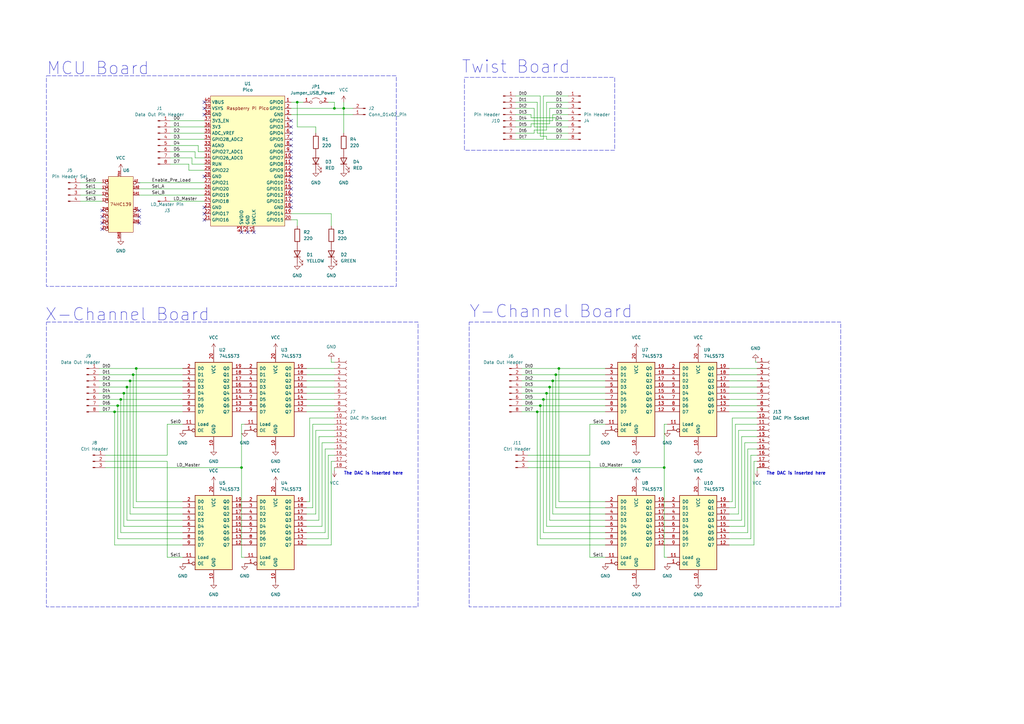
<source format=kicad_sch>
(kicad_sch (version 20230121) (generator eeschema)
  (paper "A3")
  (title_block (title "Osci-Rendering Circuit") (date "2024-02-15") (rev "v0.1") (comment 4 "Author: AlexanderHD27"))
  (lib_symbols
    (symbol "74xx:74LS573" (pin_names (offset 1.016))
      (property "Reference" "U" (at -7.62 16.51 0))
      (property "Value" "74LS573" (at -7.62 -16.51 0))
      (symbol "74LS573_1_0"
        (pin input inverted (at -12.7 -12.7 0) (length 5.08) (name "OE") (number "1"))
        (pin power_in line (at 0 -20.32 90) (length 5.08) (name "GND") (number "10"))
        (pin input line (at -12.7 -10.16 0) (length 5.08) (name "Load") (number "11"))
        (pin tri_state line (at 12.7 -5.08 180) (length 5.08) (name "Q7") (number "12"))
        (pin tri_state line (at 12.7 -2.54 180) (length 5.08) (name "Q6") (number "13"))
        (pin tri_state line (at 12.7 0 180) (length 5.08) (name "Q5") (number "14"))
        (pin tri_state line (at 12.7 2.54 180) (length 5.08) (name "Q4") (number "15"))
        (pin tri_state line (at 12.7 5.08 180) (length 5.08) (name "Q3") (number "16"))
        (pin tri_state line (at 12.7 7.62 180) (length 5.08) (name "Q2") (number "17"))
        (pin tri_state line (at 12.7 10.16 180) (length 5.08) (name "Q1") (number "18"))
        (pin tri_state line (at 12.7 12.7 180) (length 5.08) (name "Q0") (number "19"))
        (pin input line (at -12.7 12.7 0) (length 5.08) (name "D0") (number "2"))
        (pin power_in line (at 0 20.32 270) (length 5.08) (name "VCC") (number "20"))
        (pin input line (at -12.7 10.16 0) (length 5.08) (name "D1") (number "3"))
        (pin input line (at -12.7 7.62 0) (length 5.08) (name "D2") (number "4"))
        (pin input line (at -12.7 5.08 0) (length 5.08) (name "D3") (number "5"))
        (pin input line (at -12.7 2.54 0) (length 5.08) (name "D4") (number "6"))
        (pin input line (at -12.7 0 0) (length 5.08) (name "D5") (number "7"))
        (pin input line (at -12.7 -2.54 0) (length 5.08) (name "D6") (number "8"))
        (pin input line (at -12.7 -5.08 0) (length 5.08) (name "D7") (number "9"))
      )
      (symbol "74LS573_1_1"
        (rectangle (start -7.62 15.24) (end 7.62 -15.24) (stroke (width 0.254)) (fill (type background)))
      )
    )
    (symbol "Connector:Conn_01x01_Pin" (pin_names (offset 1.016) hide)
      (property "Reference" "J" (at 0 2.54 0))
      (property "Value" "Conn_01x01_Pin" (at 0 -2.54 0))
      (symbol "Conn_01x01_Pin_1_1"
        (polyline (pts (xy 1.27 0) (xy 0.8636 0)) (stroke (width 0.1524)))
        (rectangle (start 0.8636 0.127) (end 0 -0.127) (stroke (width 0.1524)) (fill (type outline)))
        (pin passive line (at 5.08 0 180) (length 3.81) (name "Pin_1") (number "1"))
      )
    )
    (symbol "Connector:Conn_01x02_Pin" (pin_names (offset 1.016) hide)
      (property "Reference" "J" (at 0 2.54 0))
      (property "Value" "Conn_01x02_Pin" (at 0 -5.08 0))
      (symbol "Conn_01x02_Pin_1_1"
        (polyline (pts (xy 1.27 -2.54) (xy 0.8636 -2.54)) (stroke (width 0.1524)))
        (polyline (pts (xy 1.27 0) (xy 0.8636 0)) (stroke (width 0.1524)))
        (rectangle (start 0.8636 -2.413) (end 0 -2.667) (stroke (width 0.1524)) (fill (type outline)))
        (rectangle (start 0.8636 0.127) (end 0 -0.127) (stroke (width 0.1524)) (fill (type outline)))
        (pin passive line (at 5.08 0 180) (length 3.81) (name "Pin_1") (number "1"))
        (pin passive line (at 5.08 -2.54 180) (length 3.81) (name "Pin_2") (number "2"))
      )
    )
    (symbol "Connector:Conn_01x03_Pin" (pin_names (offset 1.016) hide)
      (property "Reference" "J" (at 0 5.08 0))
      (property "Value" "Conn_01x03_Pin" (at 0 -5.08 0))
      (symbol "Conn_01x03_Pin_1_1"
        (polyline (pts (xy 1.27 -2.54) (xy 0.8636 -2.54)) (stroke (width 0.1524)))
        (polyline (pts (xy 1.27 0) (xy 0.8636 0)) (stroke (width 0.1524)))
        (polyline (pts (xy 1.27 2.54) (xy 0.8636 2.54)) (stroke (width 0.1524)))
        (rectangle (start 0.8636 -2.413) (end 0 -2.667) (stroke (width 0.1524)) (fill (type outline)))
        (rectangle (start 0.8636 0.127) (end 0 -0.127) (stroke (width 0.1524)) (fill (type outline)))
        (rectangle (start 0.8636 2.667) (end 0 2.413) (stroke (width 0.1524)) (fill (type outline)))
        (pin passive line (at 5.08 2.54 180) (length 3.81) (name "Pin_1") (number "1"))
        (pin passive line (at 5.08 0 180) (length 3.81) (name "Pin_2") (number "2"))
        (pin passive line (at 5.08 -2.54 180) (length 3.81) (name "Pin_3") (number "3"))
      )
    )
    (symbol "Connector:Conn_01x04_Pin" (pin_names (offset 1.016) hide)
      (property "Reference" "J" (at 0 5.08 0))
      (property "Value" "Conn_01x04_Pin" (at 0 -7.62 0))
      (symbol "Conn_01x04_Pin_1_1"
        (polyline (pts (xy 1.27 -5.08) (xy 0.8636 -5.08)) (stroke (width 0.1524)))
        (polyline (pts (xy 1.27 -2.54) (xy 0.8636 -2.54)) (stroke (width 0.1524)))
        (polyline (pts (xy 1.27 0) (xy 0.8636 0)) (stroke (width 0.1524)))
        (polyline (pts (xy 1.27 2.54) (xy 0.8636 2.54)) (stroke (width 0.1524)))
        (rectangle (start 0.8636 -4.953) (end 0 -5.207) (stroke (width 0.1524)) (fill (type outline)))
        (rectangle (start 0.8636 -2.413) (end 0 -2.667) (stroke (width 0.1524)) (fill (type outline)))
        (rectangle (start 0.8636 0.127) (end 0 -0.127) (stroke (width 0.1524)) (fill (type outline)))
        (rectangle (start 0.8636 2.667) (end 0 2.413) (stroke (width 0.1524)) (fill (type outline)))
        (pin passive line (at 5.08 2.54 180) (length 3.81) (name "Pin_1") (number "1"))
        (pin passive line (at 5.08 0 180) (length 3.81) (name "Pin_2") (number "2"))
        (pin passive line (at 5.08 -2.54 180) (length 3.81) (name "Pin_3") (number "3"))
        (pin passive line (at 5.08 -5.08 180) (length 3.81) (name "Pin_4") (number "4"))
      )
    )
    (symbol "Connector:Conn_01x08_Pin" (pin_names (offset 1.016) hide)
      (property "Reference" "J" (at 0 10.16 0))
      (property "Value" "Conn_01x08_Pin" (at 0 -12.7 0))
      (symbol "Conn_01x08_Pin_1_1"
        (polyline (pts (xy 1.27 -10.16) (xy 0.8636 -10.16)) (stroke (width 0.1524)))
        (polyline (pts (xy 1.27 -7.62) (xy 0.8636 -7.62)) (stroke (width 0.1524)))
        (polyline (pts (xy 1.27 -5.08) (xy 0.8636 -5.08)) (stroke (width 0.1524)))
        (polyline (pts (xy 1.27 -2.54) (xy 0.8636 -2.54)) (stroke (width 0.1524)))
        (polyline (pts (xy 1.27 0) (xy 0.8636 0)) (stroke (width 0.1524)))
        (polyline (pts (xy 1.27 2.54) (xy 0.8636 2.54)) (stroke (width 0.1524)))
        (polyline (pts (xy 1.27 5.08) (xy 0.8636 5.08)) (stroke (width 0.1524)))
        (polyline (pts (xy 1.27 7.62) (xy 0.8636 7.62)) (stroke (width 0.1524)))
        (rectangle (start 0.8636 -10.033) (end 0 -10.287) (stroke (width 0.1524)) (fill (type outline)))
        (rectangle (start 0.8636 -7.493) (end 0 -7.747) (stroke (width 0.1524)) (fill (type outline)))
        (rectangle (start 0.8636 -4.953) (end 0 -5.207) (stroke (width 0.1524)) (fill (type outline)))
        (rectangle (start 0.8636 -2.413) (end 0 -2.667) (stroke (width 0.1524)) (fill (type outline)))
        (rectangle (start 0.8636 0.127) (end 0 -0.127) (stroke (width 0.1524)) (fill (type outline)))
        (rectangle (start 0.8636 2.667) (end 0 2.413) (stroke (width 0.1524)) (fill (type outline)))
        (rectangle (start 0.8636 5.207) (end 0 4.953) (stroke (width 0.1524)) (fill (type outline)))
        (rectangle (start 0.8636 7.747) (end 0 7.493) (stroke (width 0.1524)) (fill (type outline)))
        (pin passive line (at 5.08 7.62 180) (length 3.81) (name "Pin_1") (number "1"))
        (pin passive line (at 5.08 5.08 180) (length 3.81) (name "Pin_2") (number "2"))
        (pin passive line (at 5.08 2.54 180) (length 3.81) (name "Pin_3") (number "3"))
        (pin passive line (at 5.08 0 180) (length 3.81) (name "Pin_4") (number "4"))
        (pin passive line (at 5.08 -2.54 180) (length 3.81) (name "Pin_5") (number "5"))
        (pin passive line (at 5.08 -5.08 180) (length 3.81) (name "Pin_6") (number "6"))
        (pin passive line (at 5.08 -7.62 180) (length 3.81) (name "Pin_7") (number "7"))
        (pin passive line (at 5.08 -10.16 180) (length 3.81) (name "Pin_8") (number "8"))
      )
    )
    (symbol "Connector:Conn_01x18_Socket" (pin_names (offset 1.016) hide)
      (property "Reference" "J" (at 0 22.86 0))
      (property "Value" "Conn_01x18_Socket" (at 0 -25.4 0))
      (symbol "Conn_01x18_Socket_1_1"
        (arc (start 0 -22.352) (mid -0.5058 -22.86) (end 0 -23.368) (stroke (width 0.1524)))
        (arc (start 0 -19.812) (mid -0.5058 -20.32) (end 0 -20.828) (stroke (width 0.1524)))
        (arc (start 0 -17.272) (mid -0.5058 -17.78) (end 0 -18.288) (stroke (width 0.1524)))
        (arc (start 0 -14.732) (mid -0.5058 -15.24) (end 0 -15.748) (stroke (width 0.1524)))
        (arc (start 0 -12.192) (mid -0.5058 -12.7) (end 0 -13.208) (stroke (width 0.1524)))
        (arc (start 0 -9.652) (mid -0.5058 -10.16) (end 0 -10.668) (stroke (width 0.1524)))
        (arc (start 0 -7.112) (mid -0.5058 -7.62) (end 0 -8.128) (stroke (width 0.1524)))
        (arc (start 0 -4.572) (mid -0.5058 -5.08) (end 0 -5.588) (stroke (width 0.1524)))
        (arc (start 0 -2.032) (mid -0.5058 -2.54) (end 0 -3.048) (stroke (width 0.1524)))
        (polyline (pts (xy -1.27 -22.86) (xy -0.508 -22.86)) (stroke (width 0.1524)))
        (polyline (pts (xy -1.27 -20.32) (xy -0.508 -20.32)) (stroke (width 0.1524)))
        (polyline (pts (xy -1.27 -17.78) (xy -0.508 -17.78)) (stroke (width 0.1524)))
        (polyline (pts (xy -1.27 -15.24) (xy -0.508 -15.24)) (stroke (width 0.1524)))
        (polyline (pts (xy -1.27 -12.7) (xy -0.508 -12.7)) (stroke (width 0.1524)))
        (polyline (pts (xy -1.27 -10.16) (xy -0.508 -10.16)) (stroke (width 0.1524)))
        (polyline (pts (xy -1.27 -7.62) (xy -0.508 -7.62)) (stroke (width 0.1524)))
        (polyline (pts (xy -1.27 -5.08) (xy -0.508 -5.08)) (stroke (width 0.1524)))
        (polyline (pts (xy -1.27 -2.54) (xy -0.508 -2.54)) (stroke (width 0.1524)))
        (polyline (pts (xy -1.27 0) (xy -0.508 0)) (stroke (width 0.1524)))
        (polyline (pts (xy -1.27 2.54) (xy -0.508 2.54)) (stroke (width 0.1524)))
        (polyline (pts (xy -1.27 5.08) (xy -0.508 5.08)) (stroke (width 0.1524)))
        (polyline (pts (xy -1.27 7.62) (xy -0.508 7.62)) (stroke (width 0.1524)))
        (polyline (pts (xy -1.27 10.16) (xy -0.508 10.16)) (stroke (width 0.1524)))
        (polyline (pts (xy -1.27 12.7) (xy -0.508 12.7)) (stroke (width 0.1524)))
        (polyline (pts (xy -1.27 15.24) (xy -0.508 15.24)) (stroke (width 0.1524)))
        (polyline (pts (xy -1.27 17.78) (xy -0.508 17.78)) (stroke (width 0.1524)))
        (polyline (pts (xy -1.27 20.32) (xy -0.508 20.32)) (stroke (width 0.1524)))
        (arc (start 0 0.508) (mid -0.5058 0) (end 0 -0.508) (stroke (width 0.1524)))
        (arc (start 0 3.048) (mid -0.5058 2.54) (end 0 2.032) (stroke (width 0.1524)))
        (arc (start 0 5.588) (mid -0.5058 5.08) (end 0 4.572) (stroke (width 0.1524)))
        (arc (start 0 8.128) (mid -0.5058 7.62) (end 0 7.112) (stroke (width 0.1524)))
        (arc (start 0 10.668) (mid -0.5058 10.16) (end 0 9.652) (stroke (width 0.1524)))
        (arc (start 0 13.208) (mid -0.5058 12.7) (end 0 12.192) (stroke (width 0.1524)))
        (arc (start 0 15.748) (mid -0.5058 15.24) (end 0 14.732) (stroke (width 0.1524)))
        (arc (start 0 18.288) (mid -0.5058 17.78) (end 0 17.272) (stroke (width 0.1524)))
        (arc (start 0 20.828) (mid -0.5058 20.32) (end 0 19.812) (stroke (width 0.1524)))
        (pin passive line (at -5.08 20.32 0) (length 3.81) (name "Pin_1") (number "1"))
        (pin passive line (at -5.08 -2.54 0) (length 3.81) (name "Pin_10") (number "10"))
        (pin passive line (at -5.08 -5.08 0) (length 3.81) (name "Pin_11") (number "11"))
        (pin passive line (at -5.08 -7.62 0) (length 3.81) (name "Pin_12") (number "12"))
        (pin passive line (at -5.08 -10.16 0) (length 3.81) (name "Pin_13") (number "13"))
        (pin passive line (at -5.08 -12.7 0) (length 3.81) (name "Pin_14") (number "14"))
        (pin passive line (at -5.08 -15.24 0) (length 3.81) (name "Pin_15") (number "15"))
        (pin passive line (at -5.08 -17.78 0) (length 3.81) (name "Pin_16") (number "16"))
        (pin passive line (at -5.08 -20.32 0) (length 3.81) (name "Pin_17") (number "17"))
        (pin passive line (at -5.08 -22.86 0) (length 3.81) (name "Pin_18") (number "18"))
        (pin passive line (at -5.08 17.78 0) (length 3.81) (name "Pin_2") (number "2"))
        (pin passive line (at -5.08 15.24 0) (length 3.81) (name "Pin_3") (number "3"))
        (pin passive line (at -5.08 12.7 0) (length 3.81) (name "Pin_4") (number "4"))
        (pin passive line (at -5.08 10.16 0) (length 3.81) (name "Pin_5") (number "5"))
        (pin passive line (at -5.08 7.62 0) (length 3.81) (name "Pin_6") (number "6"))
        (pin passive line (at -5.08 5.08 0) (length 3.81) (name "Pin_7") (number "7"))
        (pin passive line (at -5.08 2.54 0) (length 3.81) (name "Pin_8") (number "8"))
        (pin passive line (at -5.08 0 0) (length 3.81) (name "Pin_9") (number "9"))
      )
    )
    (symbol "CustomSymbols:74HC139"
      (property "Reference" "U" (at -5.08 12.7 0))
      (symbol "74HC139_1_0"
        (pin input line (at -7.62 6.35 0) (length 2.54) (name "") (number "1A0"))
        (pin input line (at -7.62 3.81 0) (length 2.54) (name "") (number "1A1"))
        (pin input inverted (at -7.62 8.89 0) (length 2.54) (name "") (number "1E"))
        (pin output inverted (at 7.62 1.27 180) (length 2.54) (name "") (number "1Y0"))
        (pin output inverted (at 7.62 3.81 180) (length 2.54) (name "") (number "1Y1"))
        (pin output inverted (at 7.62 6.35 180) (length 2.54) (name "") (number "1Y2"))
        (pin output inverted (at 7.62 8.89 180) (length 2.54) (name "") (number "1Y3"))
        (pin input line (at -7.62 -7.62 0) (length 2.54) (name "") (number "2A0"))
        (pin input line (at -7.62 -5.08 0) (length 2.54) (name "") (number "2A1"))
        (pin input inverted (at -7.62 -2.54 0) (length 2.54) (name "") (number "2E"))
        (pin output inverted (at 7.62 -2.54 180) (length 2.54) (name "") (number "2Y0"))
        (pin output inverted (at 7.62 -5.08 180) (length 2.54) (name "") (number "2Y1"))
        (pin output inverted (at 7.62 -7.62 180) (length 2.54) (name "") (number "2Y2"))
        (pin output inverted (at 7.62 -10.16 180) (length 2.54) (name "") (number "2Y3"))
        (pin passive line (at 0 -13.97 90) (length 2.54) (name "") (number "GND"))
        (pin power_in line (at 0 13.97 270) (length 2.54) (name "") (number "Vcc"))
      )
      (symbol "74HC139_1_1"
        (rectangle (start -5.08 11.43) (end 5.08 -11.43) (fill (type background)))
        (text "74HC139" (at 0 0 0) (effects (font (size 1.27 1.27))))
      )
    )
    (symbol "Device:LED" (pin_numbers hide) (pin_names (offset 1.016) hide)
      (property "Reference" "D" (at 0 2.54 0))
      (property "Value" "LED" (at 0 -2.54 0))
      (symbol "LED_0_1"
        (polyline (pts (xy -1.27 -1.27) (xy -1.27 1.27)) (stroke (width 0.254)))
        (polyline (pts (xy -1.27 0) (xy 1.27 0)))
        (polyline (pts (xy 1.27 -1.27) (xy 1.27 1.27) (xy -1.27 0) (xy 1.27 -1.27)) (stroke (width 0.254)))
        (polyline (pts (xy -3.048 -0.762) (xy -4.572 -2.286) (xy -3.81 -2.286) (xy -4.572 -2.286) (xy -4.572 -1.524)))
        (polyline (pts (xy -1.778 -0.762) (xy -3.302 -2.286) (xy -2.54 -2.286) (xy -3.302 -2.286) (xy -3.302 -1.524)))
      )
      (symbol "LED_1_1"
        (pin passive line (at -3.81 0 0) (length 2.54) (name "K") (number "1"))
        (pin passive line (at 3.81 0 180) (length 2.54) (name "A") (number "2"))
      )
    )
    (symbol "Device:R" (pin_numbers hide) (pin_names (offset 0))
      (property "Reference" "R" (at 2.032 0 90))
      (property "Value" "R" (at 0 0 90))
      (symbol "R_0_1"
        (rectangle (start -1.016 -2.54) (end 1.016 2.54) (stroke (width 0.254)))
      )
      (symbol "R_1_1"
        (pin passive line (at 0 3.81 270) (length 1.27) (name "~") (number "1"))
        (pin passive line (at 0 -3.81 90) (length 1.27) (name "~") (number "2"))
      )
    )
    (symbol "Jumper:Jumper_2_Open" (pin_names (offset 0) hide)
      (property "Reference" "JP" (at 0 2.794 0))
      (property "Value" "Jumper_2_Open" (at 0 -2.286 0))
      (symbol "Jumper_2_Open_0_0"
        (circle (center -2.032 0) (radius 0.508))
        (circle (center 2.032 0) (radius 0.508))
      )
      (symbol "Jumper_2_Open_0_1"
        (arc (start 1.524 1.27) (mid 0 1.778) (end -1.524 1.27))
      )
      (symbol "Jumper_2_Open_1_1"
        (pin passive line (at -5.08 0 0) (length 2.54) (name "A") (number "1"))
        (pin passive line (at 5.08 0 180) (length 2.54) (name "B") (number "2"))
      )
    )
    (symbol "MCU_RaspberryPi_and_Boards:Pico"
      (property "Reference" "U" (at -13.97 27.94 0))
      (property "Value" "Pico" (at 0 19.05 0))
      (symbol "Pico_0_0"
        (text "Raspberry Pi Pico" (at 0 21.59 0) (effects (font (size 1.27 1.27))))
      )
      (symbol "Pico_0_1"
        (rectangle (start -15.24 26.67) (end 15.24 -26.67) (fill (type background)))
      )
      (symbol "Pico_1_1"
        (pin bidirectional line (at -17.78 24.13 0) (length 2.54) (name "GPIO0") (number "1"))
        (pin bidirectional line (at -17.78 1.27 0) (length 2.54) (name "GPIO7") (number "10"))
        (pin bidirectional line (at -17.78 -1.27 0) (length 2.54) (name "GPIO8") (number "11"))
        (pin bidirectional line (at -17.78 -3.81 0) (length 2.54) (name "GPIO9") (number "12"))
        (pin power_in line (at -17.78 -6.35 0) (length 2.54) (name "GND") (number "13"))
        (pin bidirectional line (at -17.78 -8.89 0) (length 2.54) (name "GPIO10") (number "14"))
        (pin bidirectional line (at -17.78 -11.43 0) (length 2.54) (name "GPIO11") (number "15"))
        (pin bidirectional line (at -17.78 -13.97 0) (length 2.54) (name "GPIO12") (number "16"))
        (pin bidirectional line (at -17.78 -16.51 0) (length 2.54) (name "GPIO13") (number "17"))
        (pin power_in line (at -17.78 -19.05 0) (length 2.54) (name "GND") (number "18"))
        (pin bidirectional line (at -17.78 -21.59 0) (length 2.54) (name "GPIO14") (number "19"))
        (pin bidirectional line (at -17.78 21.59 0) (length 2.54) (name "GPIO1") (number "2"))
        (pin bidirectional line (at -17.78 -24.13 0) (length 2.54) (name "GPIO15") (number "20"))
        (pin bidirectional line (at 17.78 -24.13 180) (length 2.54) (name "GPIO16") (number "21"))
        (pin bidirectional line (at 17.78 -21.59 180) (length 2.54) (name "GPIO17") (number "22"))
        (pin power_in line (at 17.78 -19.05 180) (length 2.54) (name "GND") (number "23"))
        (pin bidirectional line (at 17.78 -16.51 180) (length 2.54) (name "GPIO18") (number "24"))
        (pin bidirectional line (at 17.78 -13.97 180) (length 2.54) (name "GPIO19") (number "25"))
        (pin bidirectional line (at 17.78 -11.43 180) (length 2.54) (name "GPIO20") (number "26"))
        (pin bidirectional line (at 17.78 -8.89 180) (length 2.54) (name "GPIO21") (number "27"))
        (pin power_in line (at 17.78 -6.35 180) (length 2.54) (name "GND") (number "28"))
        (pin bidirectional line (at 17.78 -3.81 180) (length 2.54) (name "GPIO22") (number "29"))
        (pin power_in line (at -17.78 19.05 0) (length 2.54) (name "GND") (number "3"))
        (pin input line (at 17.78 -1.27 180) (length 2.54) (name "RUN") (number "30"))
        (pin bidirectional line (at 17.78 1.27 180) (length 2.54) (name "GPIO26_ADC0") (number "31"))
        (pin bidirectional line (at 17.78 3.81 180) (length 2.54) (name "GPIO27_ADC1") (number "32"))
        (pin power_in line (at 17.78 6.35 180) (length 2.54) (name "AGND") (number "33"))
        (pin bidirectional line (at 17.78 8.89 180) (length 2.54) (name "GPIO28_ADC2") (number "34"))
        (pin power_in line (at 17.78 11.43 180) (length 2.54) (name "ADC_VREF") (number "35"))
        (pin power_in line (at 17.78 13.97 180) (length 2.54) (name "3V3") (number "36"))
        (pin input line (at 17.78 16.51 180) (length 2.54) (name "3V3_EN") (number "37"))
        (pin bidirectional line (at 17.78 19.05 180) (length 2.54) (name "GND") (number "38"))
        (pin power_in line (at 17.78 21.59 180) (length 2.54) (name "VSYS") (number "39"))
        (pin bidirectional line (at -17.78 16.51 0) (length 2.54) (name "GPIO2") (number "4"))
        (pin power_in line (at 17.78 24.13 180) (length 2.54) (name "VBUS") (number "40"))
        (pin input line (at -2.54 -29.21 90) (length 2.54) (name "SWCLK") (number "41"))
        (pin power_in line (at 0 -29.21 90) (length 2.54) (name "GND") (number "42"))
        (pin bidirectional line (at 2.54 -29.21 90) (length 2.54) (name "SWDIO") (number "43"))
        (pin bidirectional line (at -17.78 13.97 0) (length 2.54) (name "GPIO3") (number "5"))
        (pin bidirectional line (at -17.78 11.43 0) (length 2.54) (name "GPIO4") (number "6"))
        (pin bidirectional line (at -17.78 8.89 0) (length 2.54) (name "GPIO5") (number "7"))
        (pin power_in line (at -17.78 6.35 0) (length 2.54) (name "GND") (number "8"))
        (pin bidirectional line (at -17.78 3.81 0) (length 2.54) (name "GPIO6") (number "9"))
      )
    )
    (symbol "power:GND" (power) (pin_names (offset 0))
      (property "Value" "GND" (at 0 -3.81 0))
      (symbol "GND_0_1"
        (polyline (pts (xy 0 0) (xy 0 -1.27) (xy 1.27 -1.27) (xy 0 -2.54) (xy -1.27 -1.27) (xy 0 -1.27)))
      )
      (symbol "GND_1_1"
        (pin power_in line (at 0 0 270) (length 0) hide (name "GND") (number "1"))
      )
    )
    (symbol "power:VCC" (power) (pin_names (offset 0))
      (property "Value" "VCC" (at 0 3.81 0))
      (symbol "VCC_0_1"
        (polyline (pts (xy -0.762 1.27) (xy 0 2.54)))
        (polyline (pts (xy 0 0) (xy 0 2.54)))
        (polyline (pts (xy 0 2.54) (xy 0.762 1.27)))
      )
      (symbol "VCC_1_1"
        (pin power_in line (at 0 0 90) (length 0) hide (name "VCC") (number "1"))
      )
    )
  )
  (junction (at 226.695 156.21))
  (junction (at 220.345 168.91))
  (junction (at 137.16 44.45))
  (junction (at 53.34 156.21))
  (junction (at 49.53 163.83))
  (junction (at 227.965 153.67))
  (junction (at 54.61 153.67))
  (junction (at 46.99 168.91))
  (junction (at 224.155 161.29))
  (junction (at 229.235 151.13))
  (junction (at 48.26 166.37))
  (junction (at 140.97 44.45))
  (junction (at 221.615 166.37))
  (junction (at 272.415 191.77))
  (junction (at 52.07 158.75))
  (junction (at 55.88 151.13))
  (junction (at 222.885 163.83))
  (junction (at 99.06 191.77))
  (junction (at 225.425 158.75))
  (junction (at 121.92 41.91))
  (junction (at 50.8 161.29))
  (no_connect (at 104.14 95.25))
  (no_connect (at 83.82 85.09))
  (no_connect (at 83.82 46.99))
  (no_connect (at 57.15 86.36))
  (no_connect (at 41.91 91.44))
  (no_connect (at 119.38 67.31))
  (no_connect (at 119.38 54.61))
  (no_connect (at 83.82 87.63))
  (no_connect (at 119.38 57.15))
  (no_connect (at 119.38 80.01))
  (no_connect (at 83.82 44.45))
  (no_connect (at 41.91 88.9))
  (no_connect (at 119.38 49.53))
  (no_connect (at 57.15 91.44))
  (no_connect (at 41.91 86.36))
  (no_connect (at 119.38 69.85))
  (no_connect (at 119.38 77.47))
  (no_connect (at 119.38 72.39))
  (no_connect (at 119.38 64.77))
  (no_connect (at 41.91 93.98))
  (no_connect (at 83.82 41.91))
  (no_connect (at 119.38 85.09))
  (no_connect (at 83.82 72.39))
  (no_connect (at 119.38 82.55))
  (no_connect (at 101.6 95.25))
  (no_connect (at 83.82 90.17))
  (no_connect (at 57.15 88.9))
  (no_connect (at 119.38 62.23))
  (no_connect (at 99.06 95.25))
  (no_connect (at 119.38 52.07))
  (no_connect (at 119.38 59.69))
  (no_connect (at 119.38 74.93))
  (wire (pts (xy 137.16 186.69) (xy 134.62 186.69)))
  (wire (pts (xy 137.16 173.99) (xy 128.27 173.99)))
  (wire (pts (xy 211.455 52.07) (xy 217.805 52.07)))
  (wire (pts (xy 119.38 46.99) (xy 144.78 46.99)))
  (wire (pts (xy 129.54 176.53) (xy 137.16 176.53)))
  (wire (pts (xy 125.73 205.74) (xy 127 205.74)))
  (wire (pts (xy 130.81 179.07) (xy 130.81 213.36)))
  (wire (pts (xy 224.155 161.29) (xy 224.155 215.9)))
  (wire (pts (xy 74.93 220.98) (xy 48.26 220.98)))
  (wire (pts (xy 125.73 168.91) (xy 137.16 168.91)))
  (wire (pts (xy 48.26 220.98) (xy 48.26 166.37)))
  (wire (pts (xy 309.88 148.59) (xy 310.515 148.59)))
  (wire (pts (xy 135.89 148.59) (xy 137.16 148.59)))
  (wire (pts (xy 33.02 77.47) (xy 41.91 77.47)))
  (wire (pts (xy 217.805 48.26) (xy 227.965 48.26)))
  (wire (pts (xy 128.27 208.28) (xy 125.73 208.28)))
  (wire (pts (xy 57.15 74.93) (xy 83.82 74.93)))
  (wire (pts (xy 224.155 215.9) (xy 248.285 215.9)))
  (wire (pts (xy 229.235 205.74) (xy 229.235 151.13)))
  (wire (pts (xy 222.885 39.37) (xy 222.885 57.15)))
  (wire (pts (xy 304.165 213.36) (xy 299.085 213.36)))
  (wire (pts (xy 217.805 50.8) (xy 225.425 50.8)))
  (wire (pts (xy 299.085 153.67) (xy 310.515 153.67)))
  (wire (pts (xy 225.425 158.75) (xy 248.285 158.75)))
  (wire (pts (xy 305.435 215.9) (xy 305.435 181.61)))
  (wire (pts (xy 125.73 166.37) (xy 137.16 166.37)))
  (wire (pts (xy 33.02 74.93) (xy 41.91 74.93)))
  (wire (pts (xy 299.085 210.82) (xy 302.895 210.82)))
  (wire (pts (xy 226.695 46.99) (xy 233.045 46.99)))
  (wire (pts (xy 241.935 186.69) (xy 241.935 173.99)))
  (wire (pts (xy 125.73 163.83) (xy 137.16 163.83)))
  (wire (pts (xy 221.615 166.37) (xy 213.995 166.37)))
  (wire (pts (xy 222.885 163.83) (xy 222.885 218.44)))
  (wire (pts (xy 211.455 57.15) (xy 222.885 57.15)))
  (wire (pts (xy 140.97 41.91) (xy 140.97 44.45)))
  (wire (pts (xy 224.155 53.34) (xy 224.155 41.91)))
  (wire (pts (xy 68.58 228.6) (xy 74.93 228.6)))
  (wire (pts (xy 216.535 189.23) (xy 241.935 189.23)))
  (wire (pts (xy 54.61 153.67) (xy 74.93 153.67)))
  (wire (pts (xy 99.06 228.6) (xy 100.33 228.6)))
  (wire (pts (xy 226.695 210.82) (xy 226.695 156.21)))
  (wire (pts (xy 137.16 191.77) (xy 137.16 193.04)))
  (wire (pts (xy 219.075 44.45) (xy 219.075 52.07)))
  (wire (pts (xy 307.975 186.69) (xy 307.975 220.98)))
  (wire (pts (xy 224.155 57.15) (xy 233.045 57.15)))
  (wire (pts (xy 69.85 57.15) (xy 83.82 57.15)))
  (wire (pts (xy 119.38 87.63) (xy 135.89 87.63)))
  (wire (pts (xy 299.085 218.44) (xy 306.705 218.44)))
  (wire (pts (xy 241.935 173.99) (xy 248.285 173.99)))
  (wire (pts (xy 219.075 52.07) (xy 233.045 52.07)))
  (wire (pts (xy 46.99 168.91) (xy 46.99 223.52)))
  (wire (pts (xy 272.415 191.77) (xy 272.415 228.6)))
  (wire (pts (xy 229.235 151.13) (xy 213.995 151.13)))
  (wire (pts (xy 309.245 189.23) (xy 310.515 189.23)))
  (wire (pts (xy 121.92 41.91) (xy 121.92 52.07)))
  (wire (pts (xy 299.085 215.9) (xy 305.435 215.9)))
  (wire (pts (xy 222.885 39.37) (xy 233.045 39.37)))
  (wire (pts (xy 83.82 64.77) (xy 80.01 64.77)))
  (wire (pts (xy 40.64 161.29) (xy 50.8 161.29)))
  (wire (pts (xy 224.155 55.88) (xy 224.155 57.15)))
  (wire (pts (xy 55.88 151.13) (xy 40.64 151.13)))
  (wire (pts (xy 135.89 147.32) (xy 135.89 148.59)))
  (wire (pts (xy 273.685 173.99) (xy 272.415 173.99)))
  (wire (pts (xy 227.965 49.53) (xy 233.045 49.53)))
  (wire (pts (xy 137.16 179.07) (xy 130.81 179.07)))
  (wire (pts (xy 227.965 48.26) (xy 227.965 49.53)))
  (wire (pts (xy 310.515 186.69) (xy 307.975 186.69)))
  (wire (pts (xy 40.64 153.67) (xy 54.61 153.67)))
  (wire (pts (xy 53.34 156.21) (xy 40.64 156.21)))
  (wire (pts (xy 68.58 189.23) (xy 68.58 228.6)))
  (wire (pts (xy 33.02 82.55) (xy 41.91 82.55)))
  (wire (pts (xy 127 205.74) (xy 127 171.45)))
  (wire (pts (xy 121.92 52.07) (xy 129.54 52.07)))
  (wire (pts (xy 81.28 62.23) (xy 83.82 62.23)))
  (wire (pts (xy 302.895 176.53) (xy 310.515 176.53)))
  (wire (pts (xy 121.92 41.91) (xy 124.46 41.91)))
  (wire (pts (xy 134.62 186.69) (xy 134.62 220.98)))
  (wire (pts (xy 69.85 54.61) (xy 83.82 54.61)))
  (wire (pts (xy 48.26 166.37) (xy 40.64 166.37)))
  (wire (pts (xy 225.425 44.45) (xy 233.045 44.45)))
  (wire (pts (xy 310.515 179.07) (xy 304.165 179.07)))
  (wire (pts (xy 100.33 173.99) (xy 99.06 173.99)))
  (wire (pts (xy 69.85 82.55) (xy 83.82 82.55)))
  (wire (pts (xy 125.73 153.67) (xy 137.16 153.67)))
  (wire (pts (xy 43.18 186.69) (xy 68.58 186.69)))
  (wire (pts (xy 134.62 220.98) (xy 125.73 220.98)))
  (wire (pts (xy 55.88 205.74) (xy 55.88 151.13)))
  (wire (pts (xy 132.08 181.61) (xy 137.16 181.61)))
  (wire (pts (xy 248.285 210.82) (xy 226.695 210.82)))
  (wire (pts (xy 129.54 52.07) (xy 129.54 54.61)))
  (wire (pts (xy 305.435 181.61) (xy 310.515 181.61)))
  (wire (pts (xy 99.06 191.77) (xy 99.06 228.6)))
  (wire (pts (xy 227.965 208.28) (xy 248.285 208.28)))
  (wire (pts (xy 125.73 156.21) (xy 137.16 156.21)))
  (wire (pts (xy 220.345 54.61) (xy 233.045 54.61)))
  (wire (pts (xy 69.85 49.53) (xy 83.82 49.53)))
  (wire (pts (xy 219.075 53.34) (xy 224.155 53.34)))
  (wire (pts (xy 225.425 50.8) (xy 225.425 44.45)))
  (wire (pts (xy 211.455 39.37) (xy 221.615 39.37)))
  (wire (pts (xy 134.62 41.91) (xy 137.16 41.91)))
  (wire (pts (xy 49.53 218.44) (xy 74.93 218.44)))
  (wire (pts (xy 299.085 163.83) (xy 310.515 163.83)))
  (wire (pts (xy 133.35 218.44) (xy 133.35 184.15)))
  (wire (pts (xy 224.155 161.29) (xy 248.285 161.29)))
  (wire (pts (xy 40.64 158.75) (xy 52.07 158.75)))
  (wire (pts (xy 52.07 158.75) (xy 74.93 158.75)))
  (wire (pts (xy 53.34 156.21) (xy 74.93 156.21)))
  (wire (pts (xy 125.73 218.44) (xy 133.35 218.44)))
  (wire (pts (xy 52.07 213.36) (xy 74.93 213.36)))
  (wire (pts (xy 128.27 173.99) (xy 128.27 208.28)))
  (wire (pts (xy 272.415 228.6) (xy 273.685 228.6)))
  (wire (pts (xy 49.53 163.83) (xy 74.93 163.83)))
  (wire (pts (xy 43.18 191.77) (xy 99.06 191.77)))
  (wire (pts (xy 132.08 215.9) (xy 132.08 181.61)))
  (wire (pts (xy 307.975 220.98) (xy 299.085 220.98)))
  (wire (pts (xy 299.085 205.74) (xy 300.355 205.74)))
  (wire (pts (xy 68.58 173.99) (xy 74.93 173.99)))
  (wire (pts (xy 301.625 173.99) (xy 301.625 208.28)))
  (wire (pts (xy 135.89 87.63) (xy 135.89 92.71)))
  (wire (pts (xy 299.085 166.37) (xy 310.515 166.37)))
  (wire (pts (xy 125.73 161.29) (xy 137.16 161.29)))
  (wire (pts (xy 125.73 158.75) (xy 137.16 158.75)))
  (wire (pts (xy 69.85 52.07) (xy 83.82 52.07)))
  (wire (pts (xy 46.99 168.91) (xy 74.93 168.91)))
  (wire (pts (xy 226.695 49.53) (xy 226.695 46.99)))
  (wire (pts (xy 222.885 218.44) (xy 248.285 218.44)))
  (wire (pts (xy 229.235 151.13) (xy 248.285 151.13)))
  (wire (pts (xy 69.85 59.69) (xy 81.28 59.69)))
  (wire (pts (xy 133.35 184.15) (xy 137.16 184.15)))
  (wire (pts (xy 299.085 161.29) (xy 310.515 161.29)))
  (wire (pts (xy 220.345 168.91) (xy 213.995 168.91)))
  (wire (pts (xy 213.995 153.67) (xy 227.965 153.67)))
  (wire (pts (xy 306.705 218.44) (xy 306.705 184.15)))
  (wire (pts (xy 226.695 156.21) (xy 213.995 156.21)))
  (wire (pts (xy 220.345 168.91) (xy 220.345 223.52)))
  (wire (pts (xy 33.02 80.01) (xy 41.91 80.01)))
  (wire (pts (xy 221.615 166.37) (xy 248.285 166.37)))
  (wire (pts (xy 46.99 168.91) (xy 40.64 168.91)))
  (wire (pts (xy 40.64 163.83) (xy 49.53 163.83)))
  (wire (pts (xy 137.16 44.45) (xy 140.97 44.45)))
  (wire (pts (xy 77.47 69.85) (xy 77.47 67.31)))
  (wire (pts (xy 310.515 173.99) (xy 301.625 173.99)))
  (wire (pts (xy 301.625 208.28) (xy 299.085 208.28)))
  (wire (pts (xy 241.935 189.23) (xy 241.935 228.6)))
  (wire (pts (xy 248.285 205.74) (xy 229.235 205.74)))
  (wire (pts (xy 121.92 90.17) (xy 121.92 92.71)))
  (wire (pts (xy 211.455 44.45) (xy 219.075 44.45)))
  (wire (pts (xy 222.885 163.83) (xy 248.285 163.83)))
  (wire (pts (xy 80.01 62.23) (xy 80.01 64.77)))
  (wire (pts (xy 119.38 41.91) (xy 121.92 41.91)))
  (wire (pts (xy 211.455 54.61) (xy 219.075 54.61)))
  (wire (pts (xy 221.615 39.37) (xy 221.615 55.88)))
  (wire (pts (xy 217.805 46.99) (xy 217.805 48.26)))
  (wire (pts (xy 300.355 171.45) (xy 310.515 171.45)))
  (wire (pts (xy 125.73 210.82) (xy 129.54 210.82)))
  (wire (pts (xy 213.995 161.29) (xy 224.155 161.29)))
  (wire (pts (xy 220.345 41.91) (xy 220.345 54.61)))
  (wire (pts (xy 50.8 161.29) (xy 74.93 161.29)))
  (wire (pts (xy 217.805 46.99) (xy 211.455 46.99)))
  (wire (pts (xy 57.15 77.47) (xy 83.82 77.47)))
  (wire (pts (xy 211.455 41.91) (xy 220.345 41.91)))
  (wire (pts (xy 140.97 44.45) (xy 144.78 44.45)))
  (wire (pts (xy 309.245 223.52) (xy 309.245 189.23)))
  (wire (pts (xy 57.15 80.01) (xy 83.82 80.01)))
  (wire (pts (xy 300.355 205.74) (xy 300.355 171.45)))
  (wire (pts (xy 69.85 64.77) (xy 78.74 64.77)))
  (wire (pts (xy 213.995 158.75) (xy 225.425 158.75)))
  (wire (pts (xy 83.82 67.31) (xy 78.74 67.31)))
  (wire (pts (xy 99.06 173.99) (xy 99.06 191.77)))
  (wire (pts (xy 217.805 52.07) (xy 217.805 50.8)))
  (wire (pts (xy 140.97 44.45) (xy 140.97 54.61)))
  (wire (pts (xy 125.73 215.9) (xy 132.08 215.9)))
  (wire (pts (xy 219.075 54.61) (xy 219.075 53.34)))
  (wire (pts (xy 83.82 69.85) (xy 77.47 69.85)))
  (wire (pts (xy 130.81 213.36) (xy 125.73 213.36)))
  (wire (pts (xy 50.8 161.29) (xy 50.8 215.9)))
  (wire (pts (xy 225.425 158.75) (xy 225.425 213.36)))
  (wire (pts (xy 69.85 67.31) (xy 77.47 67.31)))
  (wire (pts (xy 52.07 158.75) (xy 52.07 213.36)))
  (wire (pts (xy 125.73 223.52) (xy 135.89 223.52)))
  (wire (pts (xy 54.61 208.28) (xy 74.93 208.28)))
  (wire (pts (xy 43.18 189.23) (xy 68.58 189.23)))
  (wire (pts (xy 213.995 163.83) (xy 222.885 163.83)))
  (wire (pts (xy 225.425 213.36) (xy 248.285 213.36)))
  (wire (pts (xy 220.345 223.52) (xy 248.285 223.52)))
  (wire (pts (xy 69.85 62.23) (xy 80.01 62.23)))
  (wire (pts (xy 211.455 49.53) (xy 226.695 49.53)))
  (wire (pts (xy 224.155 41.91) (xy 233.045 41.91)))
  (wire (pts (xy 216.535 186.69) (xy 241.935 186.69)))
  (wire (pts (xy 119.38 90.17) (xy 121.92 90.17)))
  (wire (pts (xy 221.615 220.98) (xy 221.615 166.37)))
  (wire (pts (xy 74.93 210.82) (xy 53.34 210.82)))
  (wire (pts (xy 135.89 189.23) (xy 137.16 189.23)))
  (wire (pts (xy 227.965 153.67) (xy 227.965 208.28)))
  (wire (pts (xy 54.61 153.67) (xy 54.61 208.28)))
  (wire (pts (xy 310.515 191.77) (xy 310.515 193.04)))
  (wire (pts (xy 49.53 163.83) (xy 49.53 218.44)))
  (wire (pts (xy 216.535 191.77) (xy 272.415 191.77)))
  (wire (pts (xy 304.165 179.07) (xy 304.165 213.36)))
  (wire (pts (xy 46.99 223.52) (xy 74.93 223.52)))
  (wire (pts (xy 299.085 223.52) (xy 309.245 223.52)))
  (wire (pts (xy 74.93 205.74) (xy 55.88 205.74)))
  (wire (pts (xy 306.705 184.15) (xy 310.515 184.15)))
  (wire (pts (xy 299.085 158.75) (xy 310.515 158.75)))
  (wire (pts (xy 55.88 151.13) (xy 74.93 151.13)))
  (wire (pts (xy 137.16 41.91) (xy 137.16 44.45)))
  (wire (pts (xy 53.34 210.82) (xy 53.34 156.21)))
  (wire (pts (xy 299.085 156.21) (xy 310.515 156.21)))
  (wire (pts (xy 127 171.45) (xy 137.16 171.45)))
  (wire (pts (xy 226.695 156.21) (xy 248.285 156.21)))
  (wire (pts (xy 272.415 173.99) (xy 272.415 191.77)))
  (wire (pts (xy 129.54 210.82) (xy 129.54 176.53)))
  (wire (pts (xy 302.895 210.82) (xy 302.895 176.53)))
  (wire (pts (xy 119.38 44.45) (xy 137.16 44.45)))
  (wire (pts (xy 125.73 151.13) (xy 137.16 151.13)))
  (wire (pts (xy 50.8 215.9) (xy 74.93 215.9)))
  (wire (pts (xy 48.26 166.37) (xy 74.93 166.37)))
  (wire (pts (xy 81.28 59.69) (xy 81.28 62.23)))
  (wire (pts (xy 241.935 228.6) (xy 248.285 228.6)))
  (wire (pts (xy 78.74 67.31) (xy 78.74 64.77)))
  (wire (pts (xy 135.89 223.52) (xy 135.89 189.23)))
  (wire (pts (xy 220.345 168.91) (xy 248.285 168.91)))
  (wire (pts (xy 227.965 153.67) (xy 248.285 153.67)))
  (wire (pts (xy 299.085 168.91) (xy 310.515 168.91)))
  (wire (pts (xy 248.285 220.98) (xy 221.615 220.98)))
  (wire (pts (xy 221.615 55.88) (xy 224.155 55.88)))
  (wire (pts (xy 299.085 151.13) (xy 310.515 151.13)))
  (wire (pts (xy 68.58 186.69) (xy 68.58 173.99)))
  (wire (pts (xy 309.88 147.955) (xy 309.88 148.59)))
  (rectangle (start 19.05 31.115) (end 162.56 117.475) (stroke (width 0) (type dash)))
  (rectangle (start 19.05 132.08) (end 171.45 248.92) (stroke (width 0) (type dash)))
  (rectangle (start 192.405 132.08) (end 344.805 248.92) (stroke (width 0) (type dash)))
  (rectangle (start 190.5 31.75) (end 252.095 61.595) (stroke (width 0) (type dash)))
  (text "Y-Channel Board" (at 192.405 130.81 0) (effects (font (size 5.08 5.08)) (justify left bottom)))
  (text "MCU Board" (at 19.05 31.115 0) (effects (font (size 5.08 5.08)) (justify left bottom)))
  (text "X-Channel Board" (at 18.415 132.08 0) (effects (font (size 5.08 5.08)) (justify left bottom)))
  (text "The DAC is inserted here" (at 140.97 194.945 0) (effects (font (size 1.27 1.27) (thickness 0.254) bold) (justify left bottom)))
  (text "The DAC is inserted here" (at 314.325 194.945 0) (effects (font (size 1.27 1.27) (thickness 0.254) bold) (justify left bottom)))
  (text "Twist Board" (at 189.23 30.48 0) (effects (font (size 5.08 5.08)) (justify left bottom)))
  (label "D2" (at 227.965 44.45 0))
  (label "D5" (at 227.965 52.07 0))
  (label "D1" (at 227.965 41.91 0))
  (label "Sel0" (at 39.37 74.93 180))
  (label "Sel0" (at 69.85 173.99 0))
  (label "Sel_A" (at 62.23 77.47 0))
  (label "D3" (at 71.12 57.15 0))
  (label "Dt7" (at 41.91 168.91 0))
  (label "Dt1" (at 215.265 153.67 0))
  (label "Dt5" (at 41.91 163.83 0))
  (label "Enable_Pre_Load" (at 62.23 74.93 0))
  (label "Dt5" (at 212.725 52.07 0))
  (label "D2" (at 71.12 54.61 0))
  (label "D1" (at 71.12 52.07 0))
  (label "Dt0" (at 41.91 151.13 0))
  (label "Dt3" (at 212.725 46.99 0))
  (label "Sel3" (at 39.37 82.55 180))
  (label "Sel1" (at 243.205 228.6 0))
  (label "D7" (at 227.965 57.15 0))
  (label "Dt6" (at 41.91 166.37 0))
  (label "D3" (at 227.965 46.99 0))
  (label "Sel1" (at 69.85 228.6 0))
  (label "Dt5" (at 215.265 163.83 0))
  (label "D0" (at 227.965 39.37 0))
  (label "D4" (at 227.965 49.53 0))
  (label "D5" (at 71.12 62.23 0))
  (label "Dt0" (at 212.725 39.37 0))
  (label "D6" (at 71.12 64.77 0))
  (label "D7" (at 71.12 67.31 0))
  (label "Dt0" (at 215.265 151.13 0))
  (label "Sel_B" (at 62.23 80.01 0))
  (label "D0" (at 71.12 49.53 0))
  (label "Dt2" (at 212.725 44.45 0))
  (label "LD_Master" (at 72.39 191.77 0))
  (label "Dt4" (at 215.265 161.29 0))
  (label "Dt6" (at 215.265 166.37 0))
  (label "Sel0" (at 243.205 173.99 0))
  (label "Dt1" (at 41.91 153.67 0))
  (label "Dt7" (at 215.265 168.91 0))
  (label "Dt3" (at 41.91 158.75 0))
  (label "Dt2" (at 41.91 156.21 0))
  (label "Dt3" (at 215.265 158.75 0))
  (label "D6" (at 227.965 54.61 0))
  (label "Dt6" (at 212.725 54.61 0))
  (label "Dt4" (at 41.91 161.29 0))
  (label "Dt4" (at 212.725 49.53 0))
  (label "D4" (at 71.12 59.69 0))
  (label "Dt2" (at 215.265 156.21 0))
  (label "LD_Master" (at 71.12 82.55 0))
  (label "Sel1" (at 39.37 77.47 180))
  (label "Sel2" (at 39.37 80.01 180))
  (label "Dt7" (at 212.725 57.15 0))
  (label "Dt1" (at 212.725 41.91 0))
  (label "LD_Master" (at 245.745 191.77 0))
  (symbol (lib_id "Connector:Conn_01x18_Socket") (at 142.24 168.91 0) (unit 1)
    (property "Reference" "J7" (at 143.51 168.91 0) (effects (justify left)))
    (property "Value" "DAC Pin Socket" (at 143.51 171.45 0) (effects (justify left)))
  )
  (symbol (lib_id "power:GND") (at 113.03 184.15 0) (unit 1)
    (property "Reference" "#PWR07" (effects hide))
    (property "Value" "GND" (at 113.03 189.23 0))
  )
  (symbol (lib_id "power:VCC") (at 87.63 143.51 0) (unit 1)
    (property "Reference" "#PWR014" (effects hide))
    (property "Value" "VCC" (at 87.63 138.43 0))
  )
  (symbol (lib_id "power:GND") (at 135.89 107.95 0) (unit 1)
    (property "Reference" "#PWR02" (effects hide))
    (property "Value" "GND" (at 135.89 113.03 0))
  )
  (symbol (lib_id "74xx:74LS573") (at 286.385 218.44 0) (unit 1)
    (property "Reference" "U10" (at 288.5791 198.12 0) (effects (justify left)))
    (property "Value" "74LS573" (at 288.5791 200.66 0) (effects (justify left)))
    (property "Datasheet" "74xx/74hc573.pdf" (effects hide))
  )
  (symbol (lib_id "power:GND") (at 87.63 238.76 0) (unit 1)
    (property "Reference" "#PWR08" (effects hide))
    (property "Value" "GND" (at 87.63 243.84 0))
  )
  (symbol (lib_id "74xx:74LS573") (at 286.385 163.83 0) (unit 1)
    (property "Reference" "U9" (at 288.5791 143.51 0) (effects (justify left)))
    (property "Value" "74LS573" (at 288.5791 146.05 0) (effects (justify left)))
    (property "Datasheet" "74xx/74hc573.pdf" (effects hide))
  )
  (symbol (lib_id "power:GND") (at 309.88 147.955 180) (unit 1)
    (property "Reference" "#PWR032" (effects hide))
    (property "Value" "GND" (at 309.88 142.875 0))
  )
  (symbol (lib_id "power:VCC") (at 113.03 143.51 0) (unit 1)
    (property "Reference" "#PWR015" (effects hide))
    (property "Value" "VCC" (at 113.03 138.43 0))
  )
  (symbol (lib_id "Connector:Conn_01x02_Pin") (at 149.86 46.99 180) (unit 1)
    (property "Reference" "J2" (at 151.13 44.45 0) (effects (justify right)))
    (property "Value" "Conn_01x02_Pin" (at 151.13 46.99 0) (effects (justify right)))
  )
  (symbol (lib_id "74xx:74LS573") (at 87.63 163.83 0) (unit 1)
    (property "Reference" "U2" (at 89.8241 143.51 0) (effects (justify left)))
    (property "Value" "74LS573" (at 89.8241 146.05 0) (effects (justify left)))
    (property "Datasheet" "74xx/74hc573.pdf" (effects hide))
  )
  (symbol (lib_id "power:VCC") (at 140.97 41.91 0) (unit 1)
    (property "Reference" "#PWR03" (effects hide))
    (property "Value" "VCC" (at 140.97 36.83 0))
  )
  (symbol (lib_id "power:GND") (at 286.385 184.15 0) (unit 1)
    (property "Reference" "#PWR029" (effects hide))
    (property "Value" "GND" (at 286.385 189.23 0))
  )
  (symbol (lib_id "power:GND") (at 87.63 184.15 0) (unit 1)
    (property "Reference" "#PWR06" (effects hide))
    (property "Value" "GND" (at 87.63 189.23 0))
  )
  (symbol (lib_id "Connector:Conn_01x08_Pin") (at 64.77 57.15 0) (unit 1)
    (property "Reference" "J1" (at 65.405 44.45 0))
    (property "Value" "Data Out Pin Header" (at 65.405 46.99 0))
  )
  (symbol (lib_id "power:GND") (at 74.93 231.14 0) (unit 1)
    (property "Reference" "#PWR011" (effects hide))
    (property "Value" "GND" (at 74.93 236.22 0))
  )
  (symbol (lib_id "CustomSymbols:74HC139") (at 49.53 83.82 0) (mirror y) (unit 1)
    (property "Reference" "U6" (at 50.4189 69.85 0) (effects (justify right)))
    (property "Value" "~" (at 57.15 74.93 0))
  )
  (symbol (lib_id "Connector:Conn_01x03_Pin") (at 38.1 189.23 0) (unit 1)
    (property "Reference" "J8" (at 38.735 181.61 0))
    (property "Value" "Ctrl Header" (at 38.735 184.15 0))
  )
  (symbol (lib_id "74xx:74LS573") (at 260.985 163.83 0) (unit 1)
    (property "Reference" "U7" (at 263.1791 143.51 0) (effects (justify left)))
    (property "Value" "74LS573" (at 263.1791 146.05 0) (effects (justify left)))
    (property "Datasheet" "74xx/74hc573.pdf" (effects hide))
  )
  (symbol (lib_id "power:VCC") (at 137.16 193.04 180) (unit 1)
    (property "Reference" "#PWR034" (effects hide))
    (property "Value" "VCC" (at 137.16 198.12 0))
  )
  (symbol (lib_id "74xx:74LS573") (at 87.63 218.44 0) (unit 1)
    (property "Reference" "U5" (at 89.8241 198.12 0) (effects (justify left)))
    (property "Value" "74LS573" (at 89.8241 200.66 0) (effects (justify left)))
    (property "Datasheet" "74xx/74hc573.pdf" (effects hide))
  )
  (symbol (lib_id "Device:R") (at 135.89 96.52 0) (unit 1)
    (property "Reference" "R3" (at 138.43 95.25 0) (effects (justify left)))
    (property "Value" "220" (at 138.43 97.79 0) (effects (justify left)))
  )
  (symbol (lib_id "Device:R") (at 121.92 96.52 0) (unit 1)
    (property "Reference" "R2" (at 124.46 95.25 0) (effects (justify left)))
    (property "Value" "220" (at 124.46 97.79 0) (effects (justify left)))
  )
  (symbol (lib_id "Connector:Conn_01x08_Pin") (at 35.56 158.75 0) (unit 1)
    (property "Reference" "J9" (at 36.195 146.05 0))
    (property "Value" "Data Out Header" (at 33.02 148.59 0))
  )
  (symbol (lib_id "Connector:Conn_01x01_Pin") (at 64.77 82.55 0) (unit 1)
    (property "Reference" "J3" (at 68.58 86.36 0))
    (property "Value" "LD_Master Pin" (at 68.58 83.82 0))
  )
  (symbol (lib_id "power:VCC") (at 286.385 143.51 0) (unit 1)
    (property "Reference" "#PWR028" (effects hide))
    (property "Value" "VCC" (at 286.385 138.43 0))
  )
  (symbol (lib_id "Device:R") (at 140.97 58.42 0) (unit 1)
    (property "Reference" "R4" (at 143.51 57.15 0) (effects (justify left)))
    (property "Value" "220" (at 143.51 59.69 0) (effects (justify left)))
  )
  (symbol (lib_id "Device:LED") (at 129.54 66.04 90) (unit 1)
    (property "Reference" "D3" (at 133.35 66.3575 90) (effects (justify right)))
    (property "Value" "RED" (at 133.35 68.8975 90) (effects (justify right)))
  )
  (symbol (lib_id "power:GND") (at 129.54 69.85 0) (unit 1)
    (property "Reference" "#PWR04" (effects hide))
    (property "Value" "GND" (at 129.54 74.93 0))
  )
  (symbol (lib_id "Connector:Conn_01x04_Pin") (at 27.94 77.47 0) (unit 1)
    (property "Reference" "J5" (at 28.575 69.85 0))
    (property "Value" "Pin Header Sel" (at 28.575 72.39 0))
  )
  (symbol (lib_id "Connector:Conn_01x08_Pin") (at 206.375 46.99 0) (unit 1)
    (property "Reference" "J10" (at 205.105 49.53 0) (effects (justify right)))
    (property "Value" "Pin Header" (at 205.105 46.99 0) (effects (justify right)))
  )
  (symbol (lib_id "Device:LED") (at 140.97 66.04 90) (unit 1)
    (property "Reference" "D4" (at 144.78 66.3575 90) (effects (justify right)))
    (property "Value" "RED" (at 144.78 68.8975 90) (effects (justify right)))
  )
  (symbol (lib_id "Connector:Conn_01x08_Pin") (at 208.915 158.75 0) (unit 1)
    (property "Reference" "J6" (at 209.55 146.05 0))
    (property "Value" "Data Out Header" (at 206.375 148.59 0))
  )
  (symbol (lib_id "power:VCC") (at 49.53 69.85 0) (unit 1)
    (property "Reference" "#PWR019" (effects hide))
    (property "Value" "VCC" (at 49.53 64.77 0))
  )
  (symbol (lib_id "power:GND") (at 121.92 107.95 0) (unit 1)
    (property "Reference" "#PWR01" (effects hide))
    (property "Value" "GND" (at 121.92 113.03 0))
  )
  (symbol (lib_id "power:GND") (at 49.53 97.79 0) (unit 1)
    (property "Reference" "#PWR018" (effects hide))
    (property "Value" "GND" (at 49.53 102.87 0))
  )
  (symbol (lib_id "power:GND") (at 140.97 69.85 0) (unit 1)
    (property "Reference" "#PWR05" (effects hide))
    (property "Value" "GND" (at 140.97 74.93 0))
  )
  (symbol (lib_id "74xx:74LS573") (at 260.985 218.44 0) (unit 1)
    (property "Reference" "U8" (at 263.1791 198.12 0) (effects (justify left)))
    (property "Value" "74LS573" (at 263.1791 200.66 0) (effects (justify left)))
    (property "Datasheet" "74xx/74hc573.pdf" (effects hide))
  )
  (symbol (lib_id "power:GND") (at 260.985 184.15 0) (unit 1)
    (property "Reference" "#PWR023" (effects hide))
    (property "Value" "GND" (at 260.985 189.23 0))
  )
  (symbol (lib_id "power:GND") (at 100.33 176.53 0) (unit 1)
    (property "Reference" "#PWR013" (effects hide))
    (property "Value" "GND" (at 100.33 181.61 0))
  )
  (symbol (lib_id "power:VCC") (at 286.385 198.12 0) (unit 1)
    (property "Reference" "#PWR030" (effects hide))
    (property "Value" "VCC" (at 286.385 193.04 0))
  )
  (symbol (lib_id "power:GND") (at 248.285 176.53 0) (unit 1)
    (property "Reference" "#PWR020" (effects hide))
    (property "Value" "GND" (at 248.285 181.61 0))
  )
  (symbol (lib_id "power:GND") (at 260.985 238.76 0) (unit 1)
    (property "Reference" "#PWR025" (effects hide))
    (property "Value" "GND" (at 260.985 243.84 0))
  )
  (symbol (lib_id "power:VCC") (at 310.515 193.04 180) (unit 1)
    (property "Reference" "#PWR035" (effects hide))
    (property "Value" "VCC" (at 310.515 198.12 0))
  )
  (symbol (lib_id "power:VCC") (at 260.985 198.12 0) (unit 1)
    (property "Reference" "#PWR024" (effects hide))
    (property "Value" "VCC" (at 260.985 193.04 0))
  )
  (symbol (lib_id "power:GND") (at 273.685 231.14 0) (unit 1)
    (property "Reference" "#PWR027" (effects hide))
    (property "Value" "GND" (at 273.685 236.22 0))
  )
  (symbol (lib_id "Connector:Conn_01x18_Socket") (at 315.595 168.91 0) (unit 1)
    (property "Reference" "J13" (at 316.865 168.91 0) (effects (justify left)))
    (property "Value" "DAC Pin Socket" (at 316.865 171.45 0) (effects (justify left)))
  )
  (symbol (lib_id "power:GND") (at 100.33 231.14 0) (unit 1)
    (property "Reference" "#PWR010" (effects hide))
    (property "Value" "GND" (at 100.33 236.22 0))
  )
  (symbol (lib_id "power:VCC") (at 260.985 143.51 0) (unit 1)
    (property "Reference" "#PWR022" (effects hide))
    (property "Value" "VCC" (at 260.985 138.43 0))
  )
  (symbol (lib_id "power:GND") (at 273.685 176.53 0) (unit 1)
    (property "Reference" "#PWR026" (effects hide))
    (property "Value" "GND" (at 273.685 181.61 0))
  )
  (symbol (lib_id "power:VCC") (at 87.63 198.12 0) (unit 1)
    (property "Reference" "#PWR016" (effects hide))
    (property "Value" "VCC" (at 87.63 193.04 0))
  )
  (symbol (lib_id "Device:R") (at 129.54 58.42 0) (unit 1)
    (property "Reference" "R1" (at 132.08 57.15 0) (effects (justify left)))
    (property "Value" "220" (at 132.08 59.69 0) (effects (justify left)))
  )
  (symbol (lib_id "Jumper:Jumper_2_Open") (at 129.54 41.91 0) (unit 1)
    (property "Reference" "JP1" (at 129.54 35.56 0))
    (property "Value" "Jumper_USB_Power" (at 128.27 38.1 0))
  )
  (symbol (lib_id "74xx:74LS573") (at 113.03 163.83 0) (unit 1)
    (property "Reference" "U3" (at 115.2241 143.51 0) (effects (justify left)))
    (property "Value" "74LS573" (at 115.2241 146.05 0) (effects (justify left)))
    (property "Datasheet" "74xx/74hc573.pdf" (effects hide))
  )
  (symbol (lib_id "74xx:74LS573") (at 113.03 218.44 0) (unit 1)
    (property "Reference" "U4" (at 115.2241 198.12 0) (effects (justify left)))
    (property "Value" "74LS573" (at 115.2241 200.66 0) (effects (justify left)))
    (property "Datasheet" "74xx/74hc573.pdf" (effects hide))
  )
  (symbol (lib_id "power:GND") (at 74.93 176.53 0) (unit 1)
    (property "Reference" "#PWR012" (effects hide))
    (property "Value" "GND" (at 74.93 181.61 0))
  )
  (symbol (lib_id "Device:LED") (at 121.92 104.14 90) (unit 1)
    (property "Reference" "D1" (at 125.73 104.4575 90) (effects (justify right)))
    (property "Value" "YELLOW" (at 125.73 106.9975 90) (effects (justify right)))
  )
  (symbol (lib_id "power:GND") (at 113.03 238.76 0) (unit 1)
    (property "Reference" "#PWR09" (effects hide))
    (property "Value" "GND" (at 113.03 243.84 0))
  )
  (symbol (lib_id "power:GND") (at 248.285 231.14 0) (unit 1)
    (property "Reference" "#PWR021" (effects hide))
    (property "Value" "GND" (at 248.285 236.22 0))
  )
  (symbol (lib_id "MCU_RaspberryPi_and_Boards:Pico") (at 101.6 66.04 0) (mirror y) (unit 1)
    (property "Reference" "U1" (at 101.6 34.29 0))
    (property "Value" "Pico" (at 101.6 36.83 0))
    (property "Footprint" "RPi_Pico:RPi_Pico_SMD_TH" (effects hide))
  )
  (symbol (lib_id "power:GND") (at 286.385 238.76 0) (unit 1)
    (property "Reference" "#PWR031" (effects hide))
    (property "Value" "GND" (at 286.385 243.84 0))
  )
  (symbol (lib_id "Device:LED") (at 135.89 104.14 90) (unit 1)
    (property "Reference" "D2" (at 139.7 104.4575 90) (effects (justify right)))
    (property "Value" "GREEN" (at 139.7 106.9975 90) (effects (justify right)))
  )
  (symbol (lib_id "power:GND") (at 135.89 147.32 180) (unit 1)
    (property "Reference" "#PWR033" (effects hide))
    (property "Value" "GND" (at 135.89 142.24 0))
  )
  (symbol (lib_id "Connector:Conn_01x08_Pin") (at 238.125 46.99 0) (mirror y) (unit 1)
    (property "Reference" "J4" (at 239.395 49.53 0) (effects (justify right)))
    (property "Value" "Pin Header" (at 239.395 46.99 0) (effects (justify right)))
  )
  (symbol (lib_id "power:VCC") (at 113.03 198.12 0) (unit 1)
    (property "Reference" "#PWR017" (effects hide))
    (property "Value" "VCC" (at 113.03 193.04 0))
  )
  (symbol (lib_id "Connector:Conn_01x03_Pin") (at 211.455 189.23 0) (unit 1)
    (property "Reference" "J11" (at 212.09 181.61 0))
    (property "Value" "Ctrl Header" (at 212.09 184.15 0))
  )
)
</source>
